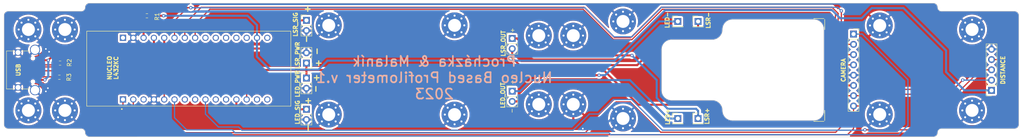
<source format=kicad_pcb>
(kicad_pcb (version 20221018) (generator pcbnew)
  (title_block (title "Nucleo Based Profilometer Probe") (date "2023-04-19") (rev "1.0"))
  (layers (0 "F.Cu" signal) (31 "B.Cu" power) (34 "B.Paste" user) (35 "F.Paste" user) (36 "B.SilkS" user "B.Silkscreen") (37 "F.SilkS" user "F.Silkscreen") (38 "B.Mask" user) (39 "F.Mask" user) (44 "Edge.Cuts" user))
  (net 0 "")
  (net 1 "GND")
  (net 2 "+5V")
  (net 3 "Net-(LSR+1-Pin_1)")
  (net 4 "Net-(LSR-1-Pin_1)")
  (net 5 "VSET_LASER")
  (net 6 "Net-(LED+1-Pin_1)")
  (net 7 "Net-(LED-1-Pin_1)")
  (net 8 "VSET_LED")
  (net 9 "+3.3V")
  (net 24 "/CS")
  (net 25 "/MOSI")
  (net 26 "/MISO")
  (net 27 "/SCK")
  (net 28 "/SDA")
  (net 29 "/SCL")
  (net 30 "/INT")
  (net 31 "/D+")
  (net 32 "/D-")
  (net 33 "Net-(Nucleo-L432KC1-NRST-PadRST4)")
  (net 34 "Net-(USB1-CC1)")
  (net 36 "Net-(USB1-CC2)")
  (footprint "Connector_PinHeader_2.54mm:PinHeader_1x02_P2.54mm_Vertical" (layer "F.Cu") (at 96.5 92.8 180)
    (fp_text reference "LSR_PWR1" hide)
    (fp_text value "Conn_01x02" hide)
  )
  (footprint "Connector_PinHeader_2.54mm:PinHeader_1x02_P2.54mm_Vertical" (layer "F.Cu") (at 96.5 96.5)
    (fp_text reference "LED_PWR1" hide)
    (fp_text value "Conn_01x02" hide)
  )
  (footprint "MountingHole:MountingHole_3.2mm_M3_Pad_Via" (layer "F.Cu") (at 237.75 83.5)
    (fp_text reference "H19" hide)
    (fp_text value "MountingHole_Pad" hide)
  )
  (footprint "MountingHole:MountingHole_3.2mm_M3_Pad_Via" (layer "F.Cu") (at 37 84.5)
    (fp_text reference "H4" hide)
    (fp_text value "MountingHole_Pad" hide)
  )
  (footprint "Connector_PinHeader_2.54mm:PinHeader_1x02_P2.54mm_Vertical" (layer "F.Cu") (at 147.2 99.741666)
    (fp_text reference "LED_OUT1" hide)
    (fp_text value "Conn_01x02" hide)
  )
  (footprint "Library:MODULE_NUCLEO-L432KC" (layer "F.Cu") (at 67.515 94.1725 90)
    (fp_text reference "Nucleo-L432KC1" hide)
    (fp_text value "~")
  )
  (footprint "Resistor_SMD:R_0603_1608Metric" (layer "F.Cu") (at 57.2 81.1 180)
    (fp_text reference "R1")
    (fp_text value "100" hide)
  )
  (footprint "MountingHole:MountingHole_3.2mm_M3_Pad_Via" (layer "F.Cu") (at 37 104.5)
    (fp_text reference "H3" hide)
    (fp_text value "MountingHole_Pad" hide)
  )
  (footprint "MountingHole:MountingHole_3.2mm_M3_Pad_Via" (layer "F.Cu") (at 153.75 86)
    (fp_text reference "H10" hide)
    (fp_text value "MountingHole_Pad" hide)
  )
  (footprint "MountingHole:MountingHole_3.2mm_M3_Pad_Via" (layer "F.Cu") (at 260.5 84.5)
    (fp_text reference "H18" hide)
    (fp_text value "MountingHole_Pad" hide)
  )
  (footprint "Connector_PinHeader_2.54mm:PinHeader_1x01_P2.54mm_Vertical" (layer "F.Cu") (at 193 82.5)
    (fp_text reference "LSR-1" hide)
    (fp_text value "Conn_01x01" hide)
  )
  (footprint "MountingHole:MountingHole_3.2mm_M3_Pad_Via" (layer "F.Cu") (at 162.25 86)
    (fp_text reference "H11" hide)
    (fp_text value "MountingHole_Pad" hide)
  )
  (footprint "MountingHole:MountingHole_3.2mm_M3_Pad_Via" (layer "F.Cu") (at 133 83.47)
    (fp_text reference "H8" hide)
    (fp_text value "MountingHole_Pad" hide)
  )
  (footprint "Connector_PinHeader_2.54mm:PinHeader_1x02_P2.54mm_Vertical" (layer "F.Cu") (at 147.2 86.708333)
    (fp_text reference "LSR_OUT1" hide)
    (fp_text value "Conn_01x02" hide)
  )
  (footprint "Connector_PinSocket_2.54mm:PinSocket_1x05_P2.54mm_Vertical" (layer "F.Cu") (at 265.3 99.55 180)
    (fp_text reference "DIST1" hide)
    (fp_text value "Conn_01x05" hide)
  )
  (footprint "Resistor_SMD:R_0603_1608Metric" (layer "F.Cu") (at 35.625 96.3)
    (fp_text reference "R3")
    (fp_text value "5.1K" hide)
  )
  (footprint "MountingHole:MountingHole_3.2mm_M3_Pad_Via" (layer "F.Cu") (at 28 104.5)
    (fp_text reference "H1" hide)
    (fp_text value "MountingHole_Pad" hide)
  )
  (footprint "MountingHole:MountingHole_3.2mm_M3_Pad_Via" (layer "F.Cu") (at 260.5 104.5)
    (fp_text reference "H17" hide)
    (fp_text value "MountingHole_Pad" hide)
  )
  (footprint "MountingHole:MountingHole_3.2mm_M3_Pad_Via" (layer "F.Cu") (at 174.5 82.5)
    (fp_text reference "H14" hide)
    (fp_text value "MountingHole_Pad" hide)
  )
  (footprint "MountingHole:MountingHole_3.2mm_M3_Pad_Via" (layer "F.Cu") (at 162.25 103)
    (fp_text reference "H12" hide)
    (fp_text value "MountingHole_Pad" hide)
  )
  (footprint "MountingHole:MountingHole_3.2mm_M3_Pad_Via" (layer "F.Cu") (at 153.75 103)
    (fp_text reference "H9" hide)
    (fp_text value "MountingHole_Pad" hide)
  )
  (footprint "Resistor_SMD:R_0603_1608Metric" (layer "F.Cu") (at 35.8 92.8 180)
    (fp_text reference "R2")
    (fp_text value "5.1K" hide)
  )
  (footprint "Library:USB_C_Receptacle_HRO_TYPE-C-31-M-12_Circle_Hole" (layer "F.Cu") (at 26.5 94.5 -90)
    (fp_text reference "USB1" hide)
    (fp_text value "USB_C_Receptacle_USB2.0" hide)
  )
  (footprint "MountingHole:MountingHole_3.2mm_M3_Pad_Via" (layer "F.Cu") (at 133 105.53)
    (fp_text reference "H7" hide)
    (fp_text value "MountingHole_Pad" hide)
  )
  (footprint "MountingHole:MountingHole_3.2mm_M3_Pad_Via" (layer "F.Cu") (at 28 84.5)
    (fp_text reference "H2" hide)
    (fp_text value "MountingHole_Pad" hide)
  )
  (footprint "MountingHole:MountingHole_3.2mm_M3_Pad_Via" (layer "F.Cu") (at 102 83.47)
    (fp_text reference "H6" hide)
    (fp_text value "MountingHole_Pad" hide)
  )
  (footprint "Connector_PinHeader_2.54mm:PinHeader_1x01_P2.54mm_Vertical" (layer "F.Cu") (at 188 82.5)
    (fp_text reference "LED-1" hide)
    (fp_text value "Conn_01x01" hide)
  )
  (footprint "MountingHole:MountingHole_3.2mm_M3_Pad_Via" (layer "F.Cu") (at 102 105.53)
    (fp_text reference "H5" hide)
    (fp_text value "MountingHole_Pad" hide)
  )
  (footprint "Connector_PinHeader_2.54mm:PinHeader_1x01_P2.54mm_Vertical" (layer "F.Cu") (at 193 106.5)
    (fp_text reference "LSR+1" hide)
    (fp_text value "Conn_01x01" hide)
  )
  (footprint "Connector_PinHeader_2.54mm:PinHeader_1x02_P2.54mm_Vertical" (layer "F.Cu") (at 96.5 104.225)
    (fp_text reference "LED_SIG1" hide)
    (fp_text value "Conn_01x02" hide)
  )
  (footprint "Connector_PinHeader_2.54mm:PinHeader_1x01_P2.54mm_Vertical" (layer "F.Cu") (at 188 106.5)
    (fp_text reference "LED+1" hide)
    (fp_text value "Conn_01x01" hide)
  )
  (footprint "Connector_PinHeader_2.54mm:PinHeader_1x02_P2.54mm_Vertical" (layer "F.Cu") (at 96.5 82.225)
    (fp_text reference "LSR_SIG1" hide)
    (fp_text value "Conn_01x02" hide)
  )
  (footprint "Connector_PinSocket_2.54mm:PinSocket_1x08_P2.54mm_Vertical" (layer "F.Cu") (at 231.3 85.625)
    (fp_text reference "CAM1" hide)
    (fp_text value "Conn_01x08" hide)
  )
  (footprint "MountingHole:MountingHole_3.2mm_M3_Pad_Via" (layer "F.Cu") (at 237.75 105.5)
    (fp_text reference "H20" hide)
    (fp_text value "MountingHole_Pad" hide)
  )
  (footprint "MountingHole:MountingHole_3.2mm_M3_Pad_Via" (layer "F.Cu") (at 174.5 106.5)
    (fp_text reference "H13" hide)
    (fp_text value "MountingHole_Pad" hide)
  )
  (gr_line (start 224.2 107) (end 224.2 104.5) (stroke (width 0.15)) (layer "F.SilkS"))
  (gr_line (start 224.2 84.5) (end 224.2 82) (stroke (width 0.15)) (layer "F.SilkS"))
  (gr_line (start 221.5 107.2) (end 224 107.2) (stroke (width 0.15)) (layer "F.SilkS"))
  (gr_line (start 224 81.8) (end 221.5 81.8) (stroke (width 0.15)) (layer "F.SilkS"))
  (gr_line (start 196.5 102) (end 186.5 102) (stroke (width 0.1)) (layer "Edge.Cuts"))
  (gr_arc (start 186.5 102) (mid 184.732233 101.267767) (end 184 99.5) (stroke (width 0.1)) (layer "Edge.Cuts"))
  (gr_arc (start 221.5 82) (mid 223.267767 82.732233) (end 224 84.5) (stroke (width 0.1)) (layer "Edge.Cuts"))
  (gr_arc (start 251 78) (mid 251.707107 78.292893) (end 252 79) (stroke (width 0.1)) (layer "Edge.Cuts"))
  (gr_arc (start 252 110) (mid 252.292893 109.292893) (end 253 109) (stroke (width 0.1)) (layer "Edge.Cuts"))
  (gr_arc (start 43 111) (mid 42.292893 110.707107) (end 42 110) (stroke (width 0.1)) (layer "Edge.Cuts"))
  (gr_line (start 22 81) (end 22 108) (stroke (width 0.1)) (layer "Edge.Cuts"))
  (gr_line (start 253 109) (end 271 109) (stroke (width 0.1)) (layer "Edge.Cuts"))
  (gr_line (start 224 104.5) (end 224 84.5) (stroke (width 0.1)) (layer "Edge.Cuts"))
  (gr_arc (start 272 108) (mid 271.707107 108.707107) (end 271 109) (stroke (width 0.1)) (layer "Edge.Cuts"))
  (gr_arc (start 252 110) (mid 251.707107 110.707107) (end 251 111) (stroke (width 0.1)) (layer "Edge.Cuts"))
  (gr_arc (start 22 81) (mid 22.292893 80.292893) (end 23 80) (stroke (width 0.1)) (layer "Edge.Cuts"))
  (gr_arc (start 224 104.5) (mid 223.267767 106.267767) (end 221.5 107) (stroke (width 0.1)) (layer "Edge.Cuts"))
  (gr_arc (start 199 84.5) (mid 199.732233 82.732233) (end 201.5 82) (stroke (width 0.1)) (layer "Edge.Cuts"))
  (gr_arc (start 253 80) (mid 252.292893 79.707107) (end 252 79) (stroke (width 0.1)) (layer "Edge.Cuts"))
  (gr_arc (start 199 84.5) (mid 198.267767 86.267767) (end 196.5 87) (stroke (width 0.1)) (layer "Edge.Cuts"))
  (gr_line (start 272 108) (end 272 81) (stroke (width 0.1)) (layer "Edge.Cuts"))
  (gr_line (start 184 89.5) (end 184 99.5) (stroke (width 0.1)) (layer "Edge.Cuts"))
  (gr_line (start 251 78) (end 43 78) (stroke (width 0.1)) (layer "Edge.Cuts"))
  (gr_line (start 43 111) (end 251 111) (stroke (width 0.1)) (layer "Edge.Cuts"))
  (gr_arc (start 41 109) (mid 41.707107 109.292893) (end 42 110) (stroke (width 0.1)) (layer "Edge.Cuts"))
  (gr_line (start 271 80) (end 253 80) (stroke (width 0.1)) (layer "Edge.Cuts"))
  (gr_line (start 221.5 82) (end 201.5 82) (stroke (width 0.1)) (layer "Edge.Cuts"))
  (gr_arc (start 271 80) (mid 271.707107 80.292893) (end 272 81) (stroke (width 0.1)) (layer "Edge.Cuts"))
  (gr_arc (start 184 89.5) (mid 184.732233 87.732233) (end 186.5 87) (stroke (width 0.1)) (layer "Edge.Cuts"))
  (gr_line (start 196.5 87) (end 186.5 87) (stroke (width 0.1)) (layer "Edge.Cuts"))
  (gr_line (start 41 80) (end 23 80) (stroke (width 0.1)) (layer "Edge.Cuts"))
  (gr_arc (start 23 109) (mid 22.292893 108.707107) (end 22 108) (stroke (width 0.1)) (layer "Edge.Cuts"))
  (gr_arc (start 201.5 107) (mid 199.732233 106.267767) (end 199 104.5) (stroke (width 0.1)) (layer "Edge.Cuts"))
  (gr_line (start 23 109) (end 41 109) (stroke (width 0.1)) (layer "Edge.Cuts"))
  (gr_arc (start 42 79) (mid 41.707107 79.707107) (end 41 80) (stroke (width 0.1)) (layer "Edge.Cuts"))
  (gr_arc (start 196.5 102) (mid 198.267767 102.732233) (end 199 104.5) (stroke (width 0.1)) (layer "Edge.Cuts"))
  (gr_line (start 221.5 107) (end 201.5 107) (stroke (width 0.1)) (layer "Edge.Cuts"))
  (gr_arc (start 42 79) (mid 42.292893 78.292893) (end 43 78) (stroke (width 0.1)) (layer "Edge.Cuts"))
  (gr_text "Procházka & Malaník\nNucleo Based Profilometer v.1\n2023" (at 128 101.9) (layer "B.SilkS") (effects (font (size 2.5 2.5) (thickness 0.4) bold) (justify bottom mirror)))
  (gr_text "CAMERA" (at 229.4 97.6 90) (layer "F.SilkS") (effects (font (size 1 1) (thickness 0.25) bold) (justify left bottom)))
  (gr_text "LED_OUT\n\n" (at 147.1 104.1 90) (layer "F.SilkS") (effects (font (size 1 1) (thickness 0.25) bold) (justify left bottom)))
  (gr_text "NUCLEO\nL432KC" (at 50.2 94 90) (layer "F.SilkS") (effects (font (size 1 1) (thickness 0.25) bold) (justify bottom)))
  (gr_text "-" (at 147.7 92.1 90) (layer "F.SilkS") (effects (font (size 1 1)) (justify left bottom)))
  (gr_text "+" (at 95.7 80.2) (layer "F.SilkS") (effects (font (size 1.5 1.5) (thickness 0.3) bold) (justify left bottom)))
  (gr_text "-" (at 97.7 110 90) (layer "F.SilkS") (effects (font (size 1.5 1.5) (thickness 0.3) bold) (justify left bottom)))
  (gr_text "LSR_PWR\n" (at 94.9 94.4 90) (layer "F.SilkS") (effects (font (size 1 1) (thickness 0.25) bold) (justify left bottom)))
  (gr_text "LSR-\n" (at 196.1 84.4 90) (layer "F.SilkS") (effects (font (size 1 1) (thickness 0.25) bold) (justify left bottom)))
  (gr_text "LSR_OUT\n" (at 145.6 91.3 90) (layer "F.SilkS") (effects (font (size 1 1) (thickness 0.25) bold) (justify left bottom)))
  (gr_text "+" (at 98.4 93.6) (layer "F.SilkS") (effects (font (size 1.5 1.5) (thickness 0.3) bold) (justify left bottom)))
  (gr_text "-" (at 99.9 91 90) (layer "F.SilkS") (effects (font (size 1.5 1.5) (thickness 0.3) bold) (justify left bottom)))
  (gr_text "LED_PWR\n" (at 94.9 101.4 90) (layer "F.SilkS") (effects (font (size 1 1) (thickness 0.25) bold) (justify left bottom)))
  (gr_text "-" (at 147.7 105.3 90) (layer "F.SilkS") (effects (font (size 1 1)) (justify left bottom)))
  (gr_text "-" (at 97.3 88 90) (layer "F.SilkS") (effects (font (size 1.5 1.5) (thickness 0.3) bold) (justify left bottom)))
  (gr_text "LED_SIG\n\n" (at 96.5 108.095 90) (layer "F.SilkS") (effects (font (size 1 1) (thickness 0.25) bold) (justify left bottom)))
  (gr_text "+" (at 97.9 97.2) (layer "F.SilkS") (effects (font (size 1.5 1.5) (thickness 0.3) bold) (justify left bottom)))
  (gr_text "DISTANCE\n" (at 268.7 98.2 90) (layer "F.SilkS") (effects (font (size 1 1) (thickness 0.25) bold) (justify left bottom)))
  (gr_text "LSR+\n" (at 195.8 108.1 90) (layer "F.SilkS") (effects (font (size 1 1) (thickness 0.25) bold) (justify left bottom)))
  (gr_text "-" (at 99.6 100.3 90) (layer "F.SilkS") (effects (font (size 1.5 1.5) (thickness 0.3) bold) (justify left bottom)))
  (gr_text "+" (at 146.6 98) (layer "F.SilkS") (effects (font (size 1 1)) (justify left bottom)))
  (gr_text "USB" (at 26.1 94.5 90) (layer "F.SilkS") (effects (font (size 1 1) (thickness 0.25) bold) (justify bottom)))
  (gr_text "LSR_SIG" (at 94.4 86.4 90) (layer "F.SilkS") (effects (font (size 1 1) (thickness 0.25) bold) (justify left bottom)))
  (gr_text "LED+" (at 186.1 108.2 90) (layer "F.SilkS") (effects (font (size 1 1) (thickness 0.25) bold) (justify left bottom)))
  (gr_text "+" (at 146.6 85.2) (layer "F.SilkS") (effects (font (size 1 1)) (justify left bottom)))
  (gr_text "LED-\n" (at 186 84.3 90) (layer "F.SilkS") (effects (font (size 1 1) (thickness 0.25) bold) (justify left bottom)))
  (gr_text "+" (at 95.835 102.895) (layer "F.SilkS") (effects (font (size 1.5 1.5) (thickness 0.3) bold) (justify left bottom)))
  (segment (start 31.85 91.25) (end 33.1 90) (width 0.5) (layer "F.Cu") (net 1))
  (segment (start 30.545 91.25) (end 30.545 91.055) (width 0.5) (layer "F.Cu") (net 1))
  (segment (start 30.545 97.75) (end 31.55 97.75) (width 0.5) (layer "F.Cu") (net 1))
  (segment (start 30.545 91.25) (end 31.85 91.25) (width 0.5) (layer "F.Cu") (net 1))
  (segment (start 30.545 97.75) (end 30.545 98.045) (width 0.5) (layer "F.Cu") (net 1))
  (segment (start 164.6 109) (end 162.25 106.65) (width 0.5) (layer "F.Cu") (net 1))
  (segment (start 31.55 97.75) (end 32.8 99) (width 0.5) (layer "F.Cu") (net 1))
  (segment (start 30.545 91.055) (end 32.3 89.3) (width 0.5) (layer "F.Cu") (net 1))
  (segment (start 162.25 106.65) (end 162.25 103) (width 0.5) (layer "F.Cu") (net 1))
  (segment (start 30.545 98.045) (end 32.3 99.8) (width 0.5) (layer "F.Cu") (net 1))
  (via (at 32.3 99.8) (size 0.8) (drill 0.4) (layers "F.Cu" "B.Cu") (net 1))
  (via (at 164.6 109) (size 0.8) (drill 0.4) (layers "F.Cu" "B.Cu") (net 1))
  (via (at 33.1 90) (size 0.8) (drill 0.4) (layers "F.Cu" "B.Cu") (net 1))
  (via (at 32.8 99) (size 0.8) (drill 0.4) (layers "F.Cu" "B.Cu") (net 1))
  (via (at 32.3 89.3) (size 0.8) (drill 0.4) (layers "F.Cu" "B.Cu") (net 1))
  (segment (start 171.7 106.5) (end 169.2 109) (width 0.5) (layer "B.Cu") (net 1))
  (segment (start 169.2 109) (end 164.6 109) (width 0.5) (layer "B.Cu") (net 1))
  (segment (start 174.5 106.5) (end 171.7 106.5) (width 0.5) (layer "B.Cu") (net 1))
  (segment (start 198.7 108.2) (end 224.4 108.2) (width 0.5) (layer "F.Cu") (net 2))
  (segment (start 81 90.1) (end 85.4 94.5) (width 0.5) (layer "F.Cu") (net 2))
  (segment (start 228.275 98.325) (end 231.3 98.325) (width 0.5) (layer "F.Cu") (net 2))
  (segment (start 35.4 90.1) (end 56.4 90.1) (width 0.5) (layer "F.Cu") (net 2))
  (segment (start 193.6 103.1) (end 198.7 108.2) (width 0.5) (layer "F.Cu") (net 2))
  (segment (start 224.4 108.2) (end 227 105.6) (width 0.5) (layer "F.Cu") (net 2))
  (segment (start 56.4 90.1) (end 56.7 90.1) (width 0.5) (layer "F.Cu") (net 2))
  (segment (start 34.9 90.1) (end 35.4 90.1) (width 0.5) (layer "F.Cu") (net 2))
  (segment (start 32.9 92.1) (end 30.595 92.1) (width 0.5) (layer "F.Cu") (net 2))
  (segment (start 56.7 90.1) (end 58.92 87.88) (width 0.5) (layer "F.Cu") (net 2))
  (segment (start 227 99.6) (end 228.275 98.325) (width 0.5) (layer "F.Cu") (net 2))
  (segment (start 58.92 87.88) (end 58.92 86.5525) (width 0.5) (layer "F.Cu") (net 2))
  (segment (start 32.9 92.1) (end 34.9 90.1) (width 0.5) (layer "F.Cu") (net 2))
  (segment (start 32.05 96.95) (end 30.545 96.95) (width 0.5) (layer "F.Cu") (net 2))
  (segment (start 178.3 103.1) (end 193.6 103.1) (width 0.5) (layer "F.Cu") (net 2))
  (segment (start 96.5 92.8) (end 96.5 96.5) (width 0.5) (layer "F.Cu") (net 2))
  (segment (start 227 105.6) (end 227 99.6) (width 0.5) (layer "F.Cu") (net 2))
  (segment (start 56.4 90.1) (end 81 90.1) (width 0.5) (layer "F.Cu") (net 2))
  (segment (start 169.7 94.5) (end 178.3 103.1) (width 0.5) (layer "F.Cu") (net 2))
  (segment (start 30.595 92.1) (end 30.545 92.05) (width 0.5) (layer "F.Cu") (net 2))
  (segment (start 85.4 94.5) (end 169.7 94.5) (width 0.5) (layer "F.Cu") (net 2))
  (via (at 32.9 92.1) (size 0.8) (drill 0.4) (layers "F.Cu" "B.Cu") (net 2))
  (via (at 32.05 96.95) (size 0.8) (drill 0.4) (layers "F.Cu" "B.Cu") (net 2))
  (segment (start 32.05 96.95) (end 32.9 96.1) (width 0.5) (layer "B.Cu") (net 2))
  (segment (start 32.9 96.1) (end 32.9 92.1) (width 0.5) (layer "B.Cu") (net 2))
  (segment (start 150.5 88.8) (end 152.6 90.9) (width 0.5) (layer "F.Cu") (net 3))
  (segment (start 148.408333 86.708333) (end 150.5 88.8) (width 0.5) (layer "F.Cu") (net 3))
  (segment (start 147.2 86.708333) (end 148.408333 86.708333) (width 0.5) (layer "F.Cu") (net 3))
  (segment (start 152.6 90.9) (end 176.7 90.9) (width 0.5) (layer "F.Cu") (net 3))
  (via (at 176.7 90.9) (size 0.8) (drill 0.4) (layers "F.Cu" "B.Cu") (net 3))
  (segment (start 182.8 101.4) (end 185.5 104.1) (width 0.5) (layer "B.Cu") (net 3))
  (segment (start 176.7 90.9) (end 182.8 97) (width 0.5) (layer "B.Cu") (net 3))
  (segment (start 193 104.6) (end 193 106.5) (width 0.5) (layer "B.Cu") (net 3))
  (segment (start 182.8 97) (end 182.8 101.4) (width 0.5) (layer "B.Cu") (net 3))
  (segment (start 185.5 104.1) (end 192.5 104.1) (width 0.5) (layer "B.Cu") (net 3))
  (segment (start 192.5 104.1) (end 193 104.6) (width 0.5) (layer "B.Cu") (net 3))
  (segment (start 149 93.3) (end 147.2 91.5) (width 0.5) (layer "F.Cu") (net 4))
  (segment (start 185.4 85.9) (end 178 93.3) (width 0.5) (layer "F.Cu") (net 4))
  (segment (start 193 84.5) (end 191.6 85.9) (width 0.5) (layer "F.Cu") (net 4))
  (segment (start 193 82.5) (end 193 84.5) (width 0.5) (layer "F.Cu") (net 4))
  (segment (start 191.6 85.9) (end 185.4 85.9) (width 0.5) (layer "F.Cu") (net 4))
  (segment (start 178 93.3) (end 149 93.3) (width 0.5) (layer "F.Cu") (net 4))
  (segment (start 147.2 91.5) (end 147.2 89.248333) (width 0.5) (layer "F.Cu") (net 4))
  (segment (start 62.7 89.2) (end 89 89.2) (width 0.5) (layer "F.Cu") (net 5))
  (segment (start 91.1 87.1) (end 91.1 84.1) (width 0.5) (layer "F.Cu") (net 5))
  (segment (start 91.1 84.1) (end 92.975 82.225) (width 0.5) (layer "F.Cu") (net 5))
  (segment (start 61.46 86.5525) (end 61.46 87.96) (width 0.5) (layer "F.Cu") (net 5))
  (segment (start 61.46 87.96) (end 62.7 89.2) (width 0.5) (layer "F.Cu") (net 5))
  (segment (start 92.975 82.225) (end 96.5 82.225) (width 0.5) (layer "F.Cu") (net 5))
  (segment (start 89 89.2) (end 91.1 87.1) (width 0.5) (layer "F.Cu") (net 5))
  (segment (start 147.2 99.741666) (end 149.158334 99.741666) (width 0.5) (layer "B.Cu") (net 6))
  (segment (start 149.158334 99.741666) (end 151.9 97) (width 0.5) (layer "B.Cu") (net 6))
  (segment (start 185.7 106.5) (end 188 106.5) (width 0.5) (layer "B.Cu") (net 6))
  (segment (start 176.2 97) (end 185.7 106.5) (width 0.5) (layer "B.Cu") (net 6))
  (segment (start 151.9 97) (end 176.2 97) (width 0.5) (layer "B.Cu") (net 6))
  (segment (start 148.418334 102.281666) (end 149.6 101.1) (width 0.5) (layer "F.Cu") (net 7))
  (segment (start 147.2 102.281666) (end 148.418334 102.281666) (width 0.5) (layer "F.Cu") (net 7))
  (segment (start 149.6 101.1) (end 154.9 95.8) (width 0.5) (layer "F.Cu") (net 7))
  (segment (start 154.9 95.8) (end 168.6 95.8) (width 0.5) (layer "F.Cu") (net 7))
  (via (at 168.6 95.8) (size 0.8) (drill 0.4) (layers "F.Cu" "B.Cu") (net 7))
  (segment (start 183.4 82.5) (end 170.1 95.8) (width 0.5) (layer "B.Cu") (net 7))
  (segment (start 170.1 95.8) (end 168.6 95.8) (width 0.5) (layer "B.Cu") (net 7))
  (segment (start 188 82.5) (end 183.4 82.5) (width 0.5) (layer "B.Cu") (net 7))
  (segment (start 79.24 101.7925) (end 79.24 103.44) (width 0.5) (layer "F.Cu") (net 8))
  (segment (start 79.24 103.44) (end 80.025 104.225) (width 0.5) (layer "F.Cu") (net 8))
  (segment (start 80.025 104.225) (end 96.5 104.225) (width 0.5) (layer "F.Cu") (net 8))
  (segment (start 58.025 81.1) (end 61.3 81.1) (width 0.5) (layer "F.Cu") (net 9))
  (via (at 61.3 81.1) (size 0.8) (drill 0.4) (layers "F.Cu" "B.Cu") (net 9))
  (segment (start 61.3 81.1) (end 82 81.1) (width 0.5) (layer "B.Cu") (net 9))
  (segment (start 84.3 91.2) (end 87.5 94.4) (width 0.5) (layer "B.Cu") (net 9))
  (segment (start 254.1 95) (end 254.1 89.7) (width 0.5) (layer "B.Cu") (net 9))
  (segment (start 226 79.7) (end 228 81.7) (width 0.5) (layer "B.Cu") (net 9))
  (segment (start 82 81.1) (end 84.32 83.42) (width 0.5) (layer "B.Cu") (net 9))
  (segment (start 172.4 92.2) (end 184.9 79.7) (width 0.5) (layer "B.Cu") (net 9))
  (segment (start 265.3 99.55) (end 258.65 99.55) (width 0.5) (layer "B.Cu") (net 9))
  (segment (start 84.3 86.5725) (end 84.3 91.2) (width 0.5) (layer "B.Cu") (net 9))
  (segment (start 84.32 83.42) (end 84.32 86.5525) (width 0.5) (layer "B.Cu") (net 9))
  (segment (start 228 81.7) (end 233.3 81.7) (width 0.5) (layer "B.Cu") (net 9))
  (segment (start 258.65 99.55) (end 254.1 95) (width 0.5) (layer "B.Cu") (net 9))
  (segment (start 254.1 89.7) (end 243.6 79.2) (width 0.5) (layer "B.Cu") (net 9))
  (segment (start 84.32 86.5525) (end 84.3 86.5725) (width 0.5) (layer "B.Cu") (net 9))
  (segment (start 235.8 79.2) (end 243.6 79.2) (width 0.5) (layer "B.Cu") (net 9))
  (segment (start 184.9 79.7) (end 226 79.7) (width 0.5) (layer "B.Cu") (net 9))
  (segment (start 101.7 92.2) (end 172.4 92.2) (width 0.5) (layer "B.Cu") (net 9))
  (segment (start 87.5 94.4) (end 99.5 94.4) (width 0.5) (layer "B.Cu") (net 9))
  (segment (start 99.5 94.4) (end 101.7 92.2) (width 0.5) (layer "B.Cu") (net 9))
  (segment (start 233.3 81.7) (end 235.8 79.2) (width 0.5) (layer "B.Cu") (net 9))
  (segment (start 231.3 85.625) (end 233.425 85.625) (width 0.3) (layer "B.Cu") (net 24))
  (segment (start 244.7 108.2) (end 242.4 110.5) (width 0.3) (layer "B.Cu") (net 24))
  (segment (start 78.95 110.05) (end 78.2 109.3) (width 0.3) (layer "B.Cu") (net 24))
  (segment (start 242.4 110.5) (end 171.5 110.5) (width 0.3) (layer "B.Cu") (net 24))
  (segment (start 233.425 85.625) (end 244.7 96.9) (width 0.3) (layer "B.Cu") (net 24))
  (segment (start 244.7 96.9) (end 244.7 108.2) (width 0.3) (layer "B.Cu") (net 24))
  (segment (start 64 106.3) (end 64 101.7925) (width 0.3) (layer "B.Cu") (net 24))
  (segment (start 171.5 110.5) (end 171.05 110.05) (width 0.3) (layer "B.Cu") (net 24))
  (segment (start 67 109.3) (end 64 106.3) (width 0.3) (layer "B.Cu") (net 24))
  (segment (start 171.05 110.05) (end 78.95 110.05) (width 0.3) (layer "B.Cu") (net 24))
  (segment (start 78.2 109.3) (end 67 109.3) (width 0.3) (layer "B.Cu") (net 24))
  (segment (start 67.2 79.1) (end 68 79.1) (width 0.3) (layer "F.Cu") (net 25))
  (segment (start 64 82.3) (end 67.2 79.1) (width 0.3) (layer "F.Cu") (net 25))
  (segment (start 229.065 88.165) (end 231.3 88.165) (width 0.3) (layer "F.Cu") (net 25))
  (segment (start 228.3 87.4) (end 229.065 88.165) (width 0.3) (layer "F.Cu") (net 25))
  (segment (start 64 86.5525) (end 64 82.3) (width 0.3) (layer "F.Cu") (net 25))
  (segment (start 228.3 79.9) (end 228.3 87.4) (width 0.3) (layer "F.Cu") (net 25))
  (via (at 68 79.1) (size 0.8) (drill 0.4) (layers "F.Cu" "B.Cu") (net 25))
  (via (at 228.3 79.9) (size 0.8) (drill 0.4) (layers "F.Cu" "B.Cu") (net 25))
  (segment (start 165.1 79.1) (end 172.3 86.3) (width 0.3) (layer "B.Cu") (net 25))
  (segment (start 68 79.1) (end 165.1 79.1) (width 0.3) (layer "B.Cu") (net 25))
  (segment (start 172.3 86.3) (end 176.7 86.3) (width 0.3) (layer "B.Cu") (net 25))
  (segment (start 176.7 86.3) (end 184 79) (width 0.3) (layer "B.Cu") (net 25))
  (segment (start 227.4 79) (end 228.3 79.9) (width 0.3) (layer "B.Cu") (net 25))
  (segment (start 184 79) (end 227.4 79) (width 0.3) (layer "B.Cu") (net 25))
  (segment (start 66.54 83.06) (end 66.54 86.5525) (width 0.3) (layer "F.Cu") (net 26))
  (segment (start 164.9 79) (end 70.6 79) (width 0.3) (layer "F.Cu") (net 26))
  (segment (start 183.9 79) (end 176.4 86.5) (width 0.3) (layer "F.Cu") (net 26))
  (segment (start 227.5 89.3) (end 227.5 80.507106) (width 0.3) (layer "F.Cu") (net 26))
  (segment (start 231.3 90.705) (end 228.905 90.705) (width 0.3) (layer "F.Cu") (net 26))
  (segment (start 227.5 80.507106) (end 225.992894 79) (width 0.3) (layer "F.Cu") (net 26))
  (segment (start 228.905 90.705) (end 227.5 89.3) (width 0.3) (layer "F.Cu") (net 26))
  (segment (start 70.6 79) (end 66.54 83.06) (width 0.3) (layer "F.Cu") (net 26))
  (segment (start 172.4 86.5) (end 164.9 79) (width 0.3) (layer "F.Cu") (net 26))
  (segment (start 225.992894 79) (end 183.9 79) (width 0.3) (layer "F.Cu") (net 26))
  (segment (start 176.4 86.5) (end 172.4 86.5) (width 0.3) (layer "F.Cu") (net 26))
  (segment (start 176.7 87) (end 184.2 79.5) (width 0.3) (layer "F.Cu") (net 27))
  (segment (start 69.08 86.5525) (end 69.08 83.12) (width 0.3) (layer "F.Cu") (net 27))
  (segment (start 184.2 79.5) (end 225.785788 79.5) (width 0.3) (layer "F.Cu") (net 27))
  (segment (start 172.192894 87) (end 176.7 87) (width 0.3) (layer "F.Cu") (net 27))
  (segment (start 72.7 79.5) (end 164.692894 79.5) (width 0.3) (layer "F.Cu") (net 27))
  (segment (start 226.842894 91.342894) (end 228.745 93.245) (width 0.3) (layer "F.Cu") (net 27))
  (segment (start 164.692894 79.5) (end 172.192894 87) (width 0.3) (layer "F.Cu") (net 27))
  (segment (start 228.745 93.245) (end 231.3 93.245) (width 0.3) (layer "F.Cu") (net 27))
  (segment (start 225.785788 79.5) (end 226.842894 80.557106) (width 0.3) (layer "F.Cu") (net 27))
  (segment (start 226.842894 80.557106) (end 226.842894 91.342894) (width 0.3) (layer "F.Cu") (net 27))
  (segment (start 69.08 83.12) (end 72.7 79.5) (width 0.3) (layer "F.Cu") (net 27))
  (segment (start 172.8 102.4) (end 176.3 102.4) (width 0.3) (layer "F.Cu") (net 28))
  (segment (start 165.2 110) (end 172.8 102.4) (width 0.3) (layer "F.Cu") (net 28))
  (segment (start 183.8 109.9) (end 226.9 109.9) (width 0.3) (layer "F.Cu") (net 28))
  (segment (start 229.635 100.865) (end 231.3 100.865) (width 0.3) (layer "F.Cu") (net 28))
  (segment (start 255.9 99.3) (end 256.1 99.1) (width 0.3) (layer "F.Cu") (net 28))
  (segment (start 176.3 102.4) (end 183.8 109.9) (width 0.3) (layer "F.Cu") (net 28))
  (segment (start 231.3 100.865) (end 234.235 100.865) (width 0.3) (layer "F.Cu") (net 28))
  (segment (start 53.84 106.24) (end 57.6 110) (width 0.3) (layer "F.Cu") (net 28))
  (segment (start 234.235 100.865) (end 235.8 99.3) (width 0.3) (layer "F.Cu") (net 28))
  (segment (start 57.6 110) (end 165.2 110) (width 0.3) (layer "F.Cu") (net 28))
  (segment (start 256.1 99.1) (end 258.2 97) (width 0.3) (layer "F.Cu") (net 28))
  (segment (start 235.8 99.3) (end 255.9 99.3) (width 0.3) (layer "F.Cu") (net 28))
  (segment (start 226.9 109.9) (end 228.7 108.1) (width 0.3) (layer "F.Cu") (net 28))
  (segment (start 228.7 101.8) (end 229.635 100.865) (width 0.3) (layer "F.Cu") (net 28))
  (segment (start 53.84 101.7925) (end 53.84 106.24) (width 0.3) (layer "F.Cu") (net 28))
  (segment (start 228.7 108.1) (end 228.7 101.8) (width 0.3) (layer "F.Cu") (net 28))
  (via (at 258.2 97) (size 0.8) (drill 0.4) (layers "F.Cu" "B.Cu") (net 28))
  (segment (start 258.2 97) (end 258.21 97.01) (width 0.3) (layer "B.Cu") (net 28))
  (segment (start 258.21 97.01) (end 265.3 97.01) (width 0.3) (layer "B.Cu") (net 28))
  (segment (start 231.3 109) (end 231.3 106.4) (width 0.3) (layer "F.Cu") (net 29))
  (segment (start 231.3 106.4) (end 231.3 103.405) (width 0.3) (layer "F.Cu") (net 29))
  (segment (start 51.3 106.3) (end 55.5 110.5) (width 0.3) (layer "F.Cu") (net 29))
  (segment (start 236.4 100.5) (end 256.6 100.5) (width 0.3) (layer "F.Cu") (net 29))
  (segment (start 256.6 100.5) (end 262.63 94.47) (width 0.3) (layer "F.Cu") (net 29))
  (segment (start 51.3 101.7925) (end 51.3 106.3) (width 0.3) (layer "F.Cu") (net 29))
  (segment (start 229.8 110.5) (end 231.3 109) (width 0.3) (layer "F.Cu") (net 29))
  (segment (start 233.495 103.405) (end 236.4 100.5) (width 0.3) (layer "F.Cu") (net 29))
  (segment (start 231.3 103.405) (end 233.495 103.405) (width 0.3) (layer "F.Cu") (net 29))
  (segment (start 262.63 94.47) (end 265.3 94.47) (width 0.3) (layer "F.Cu") (net 29))
  (segment (start 55.5 110.5) (end 229.8 110.5) (width 0.3) (layer "F.Cu") (net 29))
  (segment (start 252.4 108.3) (end 266.5 108.3) (width 0.3) (layer "F.Cu") (net 30))
  (segment (start 266.5 108.3) (end 269 105.8) (width 0.3) (layer "F.Cu") (net 30))
  (segment (start 269 105.8) (end 269 93.3) (width 0.3) (layer "F.Cu") (net 30))
  (segment (start 251.4 109.3) (end 252.4 108.3) (width 0.3) (layer "F.Cu") (net 30))
  (segment (start 269 93.3) (end 267.63 91.93) (width 0.3) (layer "F.Cu") (net 30))
  (segment (start 234.1 109.3) (end 251.4 109.3) (width 0.3) (layer "F.Cu") (net 30))
  (segment (start 267.63 91.93) (end 265.3 91.93) (width 0.3) (layer "F.Cu") (net 30))
  (via (at 234.1 109.3) (size 0.8) (drill 0.4) (layers "F.Cu" "B.Cu") (net 30))
  (segment (start 162.2 109.4) (end 166.2 105.4) (width 0.3) (layer "B.Cu") (net 30))
  (segment (start 184.2 109.4) (end 234 109.4) (width 0.3) (layer "B.Cu") (net 30))
  (segment (start 172.1 101.8) (end 176.6 101.8) (width 0.3) (layer "B.Cu") (net 30))
  (segment (start 166.2 105.4) (end 168.5 105.4) (width 0.3) (layer "B.Cu") (net 30))
  (segment (start 234 109.4) (end 234.1 109.3) (width 0.3) (layer "B.Cu") (net 30))
  (segment (start 71.62 105.42) (end 74.8 108.6) (width 0.3) (layer "B.Cu") (net 30))
  (segment (start 80.6 109.4) (end 162.2 109.4) (width 0.3) (layer "B.Cu") (net 30))
  (segment (start 71.62 101.7925) (end 71.62 105.42) (width 0.3) (layer "B.Cu") (net 30))
  (segment (start 176.6 101.8) (end 184.2 109.4) (width 0.3) (layer "B.Cu") (net 30))
  (segment (start 74.8 108.6) (end 79.8 108.6) (width 0.3) (layer "B.Cu") (net 30))
  (segment (start 79.8 108.6) (end 80.6 109.4) (width 0.3) (layer "B.Cu") (net 30))
  (segment (start 168.5 105.4) (end 172.1 101.8) (width 0.3) (layer "B.Cu") (net 30))
  (segment (start 31.45 95.25) (end 30.545 95.25) (width 0.3) (layer "F.Cu") (net 31))
  (segment (start 71.2 96.3) (end 71.2 98.7) (width 0.3) (layer "F.Cu") (net 31))
  (segment (start 30.545 94.25) (end 31.45 94.25) (width 0.3) (layer "F.Cu") (net 31))
  (segment (start 62.02 99.6) (end 61.46 100.16) (width 0.3) (layer "F.Cu") (net 31))
  (segment (start 69.6 94.7) (end 71.2 96.3) (width 0.3) (layer "F.Cu") (net 31))
  (segment (start 71.2 98.7) (end 70.3 99.6) (width 0.3) (layer "F.Cu") (net 31))
  (segment (start 31.45 94.25) (end 31.7 94.5) (width 0.3) (layer "F.Cu") (net 31))
  (segment (start 31.7 94.7) (end 31.7 95) (width 0.3) (layer "F.Cu") (net 31))
  (segment (start 31.7 94.7) (end 69.6 94.7) (width 0.3) (layer "F.Cu") (net 31))
  (segment (start 31.7 94.5) (end 31.7 94.7) (width 0.3) (layer "F.Cu") (net 31))
  (segment (start 61.46 100.16) (end 61.46 101.7925) (width 0.3) (layer "F.Cu") (net 31))
  (segment (start 31.7 95) (end 31.45 95.25) (width 0.3) (layer "F.Cu") (net 31))
  (segment (start 70.3 99.6) (end 62.02 99.6) (width 0.3) (layer "F.Cu") (net 31))
  (segment (start 81.78 96.18) (end 81.78 101.7925) (width 0.3) (layer "F.Cu") (net 32))
  (segment (start 29.65 93.75) (end 29.4 94) (width 0.3) (layer "F.Cu") (net 32))
  (segment (start 80.4 94.8) (end 81.78 96.18) (width 0.3) (layer "F.Cu") (net 32))
  (segment (start 29.65 94.75) (end 30.545 94.75) (width 0.3) (layer "F.Cu") (net 32))
  (segment (start 29.4 94) (end 29.4 94.5) (width 0.3) (layer "F.Cu") (net 32))
  (segment (start 30.545 93.75) (end 29.65 93.75) (width 0.3) (layer "F.Cu") (net 32))
  (segment (start 29.4 94.5) (end 29.65 94.75) (width 0.3) (layer "F.Cu") (net 32))
  (segment (start 79.35 93.75) (end 80.4 94.8) (width 0.3) (layer "F.Cu") (net 32))
  (segment (start 30.545 93.75) (end 79.35 93.75) (width 0.3) (layer "F.Cu") (net 32))
  (segment (start 56.38 86.5525) (end 56.38 81.105) (width 0.5) (layer "F.Cu") (net 33))
  (segment (start 56.38 81.105) (end 56.375 81.1) (width 0.5) (layer "F.Cu") (net 33))
  (segment (start 34.525 93.25) (end 34.975 92.8) (width 0.3) (layer "F.Cu") (net 34))
  (segment (start 30.545 93.25) (end 34.525 93.25) (width 0.3) (layer "F.Cu") (net 34))
  (segment (start 34.7 96.2) (end 34.8 96.3) (width 0.3) (layer "F.Cu") (net 36))
  (segment (start 30.545 96.25) (end 31.689339 96.25) (width 0.3) (layer "F.Cu") (net 36))
  (segment (start 31.689339 96.25) (end 31.739339 96.2) (width 0.3) (layer "F.Cu") (net 36))
  (segment (start 31.739339 96.2) (end 34.7 96.2) (width 0.3) (layer "F.Cu") (net 36))
  (zone (net 1) (net_name "GND") (layer "F.Cu") (priority 1) (connect_pads (clearance 0.5)) (min_thickness 0.25) (fill yes (thermal_gap 0.5) (thermal_bridge_width 0.5))
    (polygon (pts (xy 21.1 77.4) (xy 21 111.5) (xy 272.2 111.4) (xy 272.1 77.6) (xy 21.1 77.5)))
  )
  (zone (net 1) (net_name "GND") (layer "B.Cu") (connect_pads (clearance 0.5)) (min_thickness 0.25) (fill yes (thermal_gap 0.5) (thermal_bridge_width 0.5))
    (polygon (pts (xy 21.2 77.6) (xy 21.4 111.1) (xy 273.3 111.8) (xy 272.5 77.2) (xy 29.2 77.7)))
  )
)
</source>
